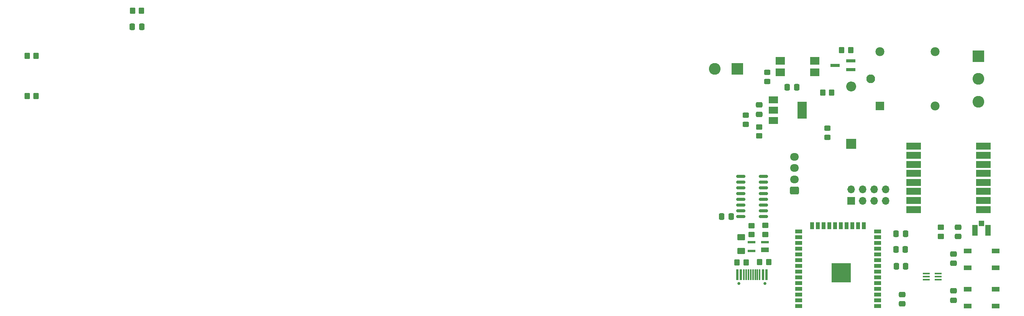
<source format=gbr>
%TF.GenerationSoftware,KiCad,Pcbnew,8.0.2*%
%TF.CreationDate,2024-05-29T12:03:12+02:00*%
%TF.ProjectId,IOT_ESP32,494f545f-4553-4503-9332-2e6b69636164,rev?*%
%TF.SameCoordinates,Original*%
%TF.FileFunction,Soldermask,Top*%
%TF.FilePolarity,Negative*%
%FSLAX46Y46*%
G04 Gerber Fmt 4.6, Leading zero omitted, Abs format (unit mm)*
G04 Created by KiCad (PCBNEW 8.0.2) date 2024-05-29 12:03:12*
%MOMM*%
%LPD*%
G01*
G04 APERTURE LIST*
G04 Aperture macros list*
%AMRoundRect*
0 Rectangle with rounded corners*
0 $1 Rounding radius*
0 $2 $3 $4 $5 $6 $7 $8 $9 X,Y pos of 4 corners*
0 Add a 4 corners polygon primitive as box body*
4,1,4,$2,$3,$4,$5,$6,$7,$8,$9,$2,$3,0*
0 Add four circle primitives for the rounded corners*
1,1,$1+$1,$2,$3*
1,1,$1+$1,$4,$5*
1,1,$1+$1,$6,$7*
1,1,$1+$1,$8,$9*
0 Add four rect primitives between the rounded corners*
20,1,$1+$1,$2,$3,$4,$5,0*
20,1,$1+$1,$4,$5,$6,$7,0*
20,1,$1+$1,$6,$7,$8,$9,0*
20,1,$1+$1,$8,$9,$2,$3,0*%
G04 Aperture macros list end*
%ADD10RoundRect,0.250000X0.337500X0.475000X-0.337500X0.475000X-0.337500X-0.475000X0.337500X-0.475000X0*%
%ADD11R,1.700000X1.000000*%
%ADD12R,1.700000X0.600000*%
%ADD13RoundRect,0.250000X-0.475000X0.337500X-0.475000X-0.337500X0.475000X-0.337500X0.475000X0.337500X0*%
%ADD14R,2.000000X1.780000*%
%ADD15RoundRect,0.250000X-0.350000X-0.450000X0.350000X-0.450000X0.350000X0.450000X-0.350000X0.450000X0*%
%ADD16R,1.500000X0.900000*%
%ADD17R,0.900000X1.500000*%
%ADD18C,0.600000*%
%ADD19R,4.200000X4.200000*%
%ADD20RoundRect,0.250000X0.450000X-0.325000X0.450000X0.325000X-0.450000X0.325000X-0.450000X-0.325000X0*%
%ADD21RoundRect,0.250000X-0.450000X0.325000X-0.450000X-0.325000X0.450000X-0.325000X0.450000X0.325000X0*%
%ADD22C,0.650000*%
%ADD23R,0.600000X2.450000*%
%ADD24R,0.300000X2.450000*%
%ADD25RoundRect,0.250000X0.450000X-0.350000X0.450000X0.350000X-0.450000X0.350000X-0.450000X-0.350000X0*%
%ADD26RoundRect,0.250000X0.475000X-0.337500X0.475000X0.337500X-0.475000X0.337500X-0.475000X-0.337500X0*%
%ADD27RoundRect,0.250000X-0.450000X0.350000X-0.450000X-0.350000X0.450000X-0.350000X0.450000X0.350000X0*%
%ADD28RoundRect,0.150000X0.825000X0.150000X-0.825000X0.150000X-0.825000X-0.150000X0.825000X-0.150000X0*%
%ADD29RoundRect,0.250000X0.350000X0.450000X-0.350000X0.450000X-0.350000X-0.450000X0.350000X-0.450000X0*%
%ADD30R,1.500000X0.400000*%
%ADD31RoundRect,0.250001X0.624999X-0.462499X0.624999X0.462499X-0.624999X0.462499X-0.624999X-0.462499X0*%
%ADD32R,2.200000X2.200000*%
%ADD33O,2.200000X2.200000*%
%ADD34RoundRect,0.250000X0.725000X-0.600000X0.725000X0.600000X-0.725000X0.600000X-0.725000X-0.600000X0*%
%ADD35O,1.950000X1.700000*%
%ADD36R,2.000000X1.500000*%
%ADD37R,2.000000X3.800000*%
%ADD38R,2.000000X0.650000*%
%ADD39RoundRect,0.102000X-1.500000X-0.700000X1.500000X-0.700000X1.500000X0.700000X-1.500000X0.700000X0*%
%ADD40RoundRect,0.102000X-0.500000X0.525000X-0.500000X-0.525000X0.500000X-0.525000X0.500000X0.525000X0*%
%ADD41RoundRect,0.102000X0.525000X1.100000X-0.525000X1.100000X-0.525000X-1.100000X0.525000X-1.100000X0*%
%ADD42R,1.800000X1.100000*%
%ADD43R,1.700000X1.700000*%
%ADD44O,1.700000X1.700000*%
%ADD45RoundRect,0.250000X-0.337500X-0.475000X0.337500X-0.475000X0.337500X0.475000X-0.337500X0.475000X0*%
%ADD46R,2.600000X2.600000*%
%ADD47C,2.600000*%
%ADD48R,1.980000X1.980000*%
%ADD49C,1.980000*%
%ADD50C,1.935000*%
G04 APERTURE END LIST*
D10*
%TO.C,C11*%
X-25472500Y-56200000D03*
X-27547500Y-56200000D03*
%TD*%
%TO.C,C6*%
X143307500Y-109230000D03*
X141232500Y-109230000D03*
%TD*%
%TO.C,C7*%
X143247500Y-105500000D03*
X141172500Y-105500000D03*
%TD*%
D11*
%TO.C,U1*%
X112260000Y-105620000D03*
D12*
X112260000Y-103920000D03*
X109260000Y-103920000D03*
X109260000Y-105820000D03*
%TD*%
D13*
%TO.C,C5*%
X142510000Y-115502500D03*
X142510000Y-117577500D03*
%TD*%
D14*
%TO.C,U4*%
X115640000Y-63810000D03*
X115640000Y-66350000D03*
X123260000Y-66350000D03*
X123260000Y-63810000D03*
%TD*%
D15*
%TO.C,R3*%
X-50780000Y-62670000D03*
X-48780000Y-62670000D03*
%TD*%
%TO.C,R10*%
X129180000Y-61390000D03*
X131180000Y-61390000D03*
%TD*%
D16*
%TO.C,U3*%
X137145000Y-118055000D03*
X137145000Y-116785000D03*
X137145000Y-115515000D03*
X137145000Y-114245000D03*
X137145000Y-112975000D03*
X137145000Y-111705000D03*
X137145000Y-110435000D03*
X137145000Y-109165000D03*
X137145000Y-107895000D03*
X137145000Y-106625000D03*
X137145000Y-105355000D03*
X137145000Y-104085000D03*
X137145000Y-102815000D03*
X137145000Y-101545000D03*
D17*
X134105000Y-100295000D03*
X132835000Y-100295000D03*
X131565000Y-100295000D03*
X130295000Y-100295000D03*
X129025000Y-100295000D03*
X127755000Y-100295000D03*
X126485000Y-100295000D03*
X125215000Y-100295000D03*
X123945000Y-100295000D03*
X122675000Y-100295000D03*
D16*
X119645000Y-101545000D03*
X119645000Y-102815000D03*
X119645000Y-104085000D03*
X119645000Y-105355000D03*
X119645000Y-106625000D03*
X119645000Y-107895000D03*
X119645000Y-109165000D03*
X119645000Y-110435000D03*
X119645000Y-111705000D03*
X119645000Y-112975000D03*
X119645000Y-114245000D03*
X119645000Y-115515000D03*
X119645000Y-116785000D03*
X119645000Y-118055000D03*
D18*
X130600000Y-111477500D03*
X130600000Y-109952500D03*
X129837500Y-112240000D03*
X129837500Y-110715000D03*
X129837500Y-109190000D03*
X129075000Y-111477500D03*
D19*
X129075000Y-110715000D03*
D18*
X129075000Y-109952500D03*
X128312500Y-112240000D03*
X128312500Y-110715000D03*
X128312500Y-109190000D03*
X127550000Y-111477500D03*
X127550000Y-109952500D03*
%TD*%
D20*
%TO.C,D4*%
X126020000Y-80730000D03*
X126020000Y-78680000D03*
%TD*%
D21*
%TO.C,D2*%
X107960000Y-75780000D03*
X107960000Y-77830000D03*
%TD*%
D22*
%TO.C,USB1*%
X106430000Y-113025000D03*
X112210000Y-113025000D03*
D23*
X106095000Y-111080000D03*
X106870000Y-111080000D03*
D24*
X107570000Y-111080000D03*
X108070000Y-111080000D03*
X108570000Y-111080000D03*
X109070000Y-111080000D03*
X109570000Y-111080000D03*
X110070000Y-111080000D03*
X110570000Y-111080000D03*
X111070000Y-111080000D03*
D23*
X111770000Y-111080000D03*
X112545000Y-111080000D03*
%TD*%
D25*
%TO.C,R4*%
X112270000Y-102220000D03*
X112270000Y-100220000D03*
%TD*%
D13*
%TO.C,C3*%
X153910000Y-114692500D03*
X153910000Y-116767500D03*
%TD*%
D20*
%TO.C,D1*%
X112770000Y-68335000D03*
X112770000Y-66285000D03*
%TD*%
D26*
%TO.C,C9*%
X110960000Y-75617500D03*
X110960000Y-73542500D03*
%TD*%
D27*
%TO.C,R7*%
X151130000Y-100620000D03*
X151130000Y-102620000D03*
%TD*%
D10*
%TO.C,C1*%
X143257500Y-102030000D03*
X141182500Y-102030000D03*
%TD*%
D28*
%TO.C,U2*%
X111875000Y-98265000D03*
X111875000Y-96995000D03*
X111875000Y-95725000D03*
X111875000Y-94455000D03*
X111875000Y-93185000D03*
X111875000Y-91915000D03*
X111875000Y-90645000D03*
X111875000Y-89375000D03*
X106925000Y-89375000D03*
X106925000Y-90645000D03*
X106925000Y-91915000D03*
X106925000Y-93185000D03*
X106925000Y-94455000D03*
X106925000Y-95725000D03*
X106925000Y-96995000D03*
X106925000Y-98265000D03*
%TD*%
D29*
%TO.C,R12*%
X-25490000Y-52680000D03*
X-27490000Y-52680000D03*
%TD*%
D30*
%TO.C,Q1*%
X147860000Y-110870000D03*
X147860000Y-111520000D03*
X147860000Y-112170000D03*
X150520000Y-112170000D03*
X150520000Y-111520000D03*
X150520000Y-110870000D03*
%TD*%
D31*
%TO.C,F1*%
X106940000Y-105817500D03*
X106940000Y-102842500D03*
%TD*%
D32*
%TO.C,D3*%
X131260000Y-82150000D03*
D33*
X131260000Y-69450000D03*
%TD*%
D34*
%TO.C,J3*%
X118775000Y-92490000D03*
D35*
X118775000Y-89990000D03*
X118775000Y-87490000D03*
X118775000Y-84990000D03*
%TD*%
D36*
%TO.C,U5*%
X114130000Y-72420000D03*
X114130000Y-74720000D03*
D37*
X120430000Y-74720000D03*
D36*
X114130000Y-77020000D03*
%TD*%
D13*
%TO.C,C12*%
X154880000Y-100582500D03*
X154880000Y-102657500D03*
%TD*%
D25*
%TO.C,R5*%
X109240000Y-102240000D03*
X109240000Y-100240000D03*
%TD*%
D10*
%TO.C,C10*%
X119250000Y-69610000D03*
X117175000Y-69610000D03*
%TD*%
D38*
%TO.C,Q2*%
X131180000Y-65700000D03*
X131180000Y-63800000D03*
X127760000Y-64750000D03*
%TD*%
D39*
%TO.C,U7*%
X145070000Y-82680000D03*
X145070000Y-84680000D03*
X145070000Y-86680000D03*
X145070000Y-88680000D03*
X145070000Y-90680000D03*
X145070000Y-92680000D03*
X145070000Y-94680000D03*
X145070000Y-96680000D03*
X160470000Y-96680000D03*
X160470000Y-94680000D03*
X160470000Y-92680000D03*
X160470000Y-90680000D03*
X160470000Y-88680000D03*
X160470000Y-86680000D03*
X160470000Y-84680000D03*
X160470000Y-82680000D03*
%TD*%
D29*
%TO.C,R2*%
X108060000Y-108350000D03*
X106060000Y-108350000D03*
%TD*%
D40*
%TO.C,J6*%
X160060000Y-99790000D03*
D41*
X161535000Y-101315000D03*
X158585000Y-101315000D03*
%TD*%
D42*
%TO.C,SW2*%
X163220000Y-109580000D03*
X157020000Y-109580000D03*
X163220000Y-105880000D03*
X157020000Y-105880000D03*
%TD*%
D13*
%TO.C,C4*%
X153880000Y-106512500D03*
X153880000Y-108587500D03*
%TD*%
D27*
%TO.C,R9*%
X110930000Y-78400000D03*
X110930000Y-80400000D03*
%TD*%
D15*
%TO.C,R1*%
X111070000Y-108340000D03*
X113070000Y-108340000D03*
%TD*%
D43*
%TO.C,J1*%
X131270000Y-94785000D03*
D44*
X131270000Y-92245000D03*
X133810000Y-94785000D03*
X133810000Y-92245000D03*
X136350000Y-94785000D03*
X136350000Y-92245000D03*
X138890000Y-94785000D03*
X138890000Y-92245000D03*
%TD*%
D45*
%TO.C,C2*%
X102682500Y-98260000D03*
X104757500Y-98260000D03*
%TD*%
D15*
%TO.C,R8*%
X125000000Y-70840000D03*
X127000000Y-70840000D03*
%TD*%
D42*
%TO.C,SW1*%
X163200000Y-118030000D03*
X157000000Y-118030000D03*
X163200000Y-114330000D03*
X157000000Y-114330000D03*
%TD*%
D15*
%TO.C,R6*%
X-50780000Y-71520000D03*
X-48780000Y-71520000D03*
%TD*%
D46*
%TO.C,J2*%
X106140000Y-65510000D03*
D47*
X101140000Y-65510000D03*
%TD*%
D48*
%TO.C,K1*%
X137587500Y-73780000D03*
D49*
X137587500Y-61780000D03*
D50*
X135587500Y-67780000D03*
D49*
X149787500Y-73780000D03*
X149787500Y-61780000D03*
%TD*%
D46*
%TO.C,J4*%
X159420000Y-62790000D03*
D47*
X159420000Y-67790000D03*
X159420000Y-72790000D03*
%TD*%
M02*

</source>
